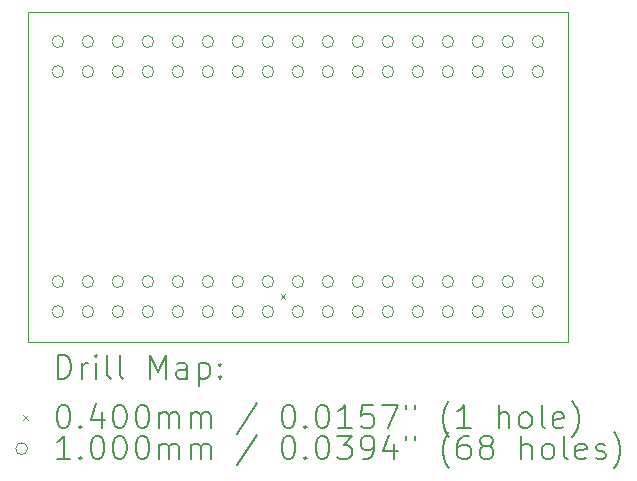
<source format=gbr>
%TF.GenerationSoftware,KiCad,Pcbnew,(6.0.7)*%
%TF.CreationDate,2022-08-10T20:47:30+10:00*%
%TF.ProjectId,Voodoo2SLI,566f6f64-6f6f-4325-934c-492e6b696361,rev?*%
%TF.SameCoordinates,Original*%
%TF.FileFunction,Drillmap*%
%TF.FilePolarity,Positive*%
%FSLAX45Y45*%
G04 Gerber Fmt 4.5, Leading zero omitted, Abs format (unit mm)*
G04 Created by KiCad (PCBNEW (6.0.7)) date 2022-08-10 20:47:30*
%MOMM*%
%LPD*%
G01*
G04 APERTURE LIST*
%ADD10C,0.050000*%
%ADD11C,0.200000*%
%ADD12C,0.040000*%
%ADD13C,0.100000*%
G04 APERTURE END LIST*
D10*
X17043400Y-12166600D02*
X17043400Y-9372600D01*
X17043400Y-9372600D02*
X12471400Y-9372600D01*
X12471400Y-9372600D02*
X12471400Y-12166600D01*
X12471400Y-12166600D02*
X17043400Y-12166600D01*
D11*
D12*
X14610400Y-11765600D02*
X14650400Y-11805600D01*
X14650400Y-11765600D02*
X14610400Y-11805600D01*
D13*
X12775400Y-9626600D02*
G75*
G03*
X12775400Y-9626600I-50000J0D01*
G01*
X12775400Y-9880600D02*
G75*
G03*
X12775400Y-9880600I-50000J0D01*
G01*
X12775400Y-11658600D02*
G75*
G03*
X12775400Y-11658600I-50000J0D01*
G01*
X12775400Y-11912600D02*
G75*
G03*
X12775400Y-11912600I-50000J0D01*
G01*
X13029400Y-9626600D02*
G75*
G03*
X13029400Y-9626600I-50000J0D01*
G01*
X13029400Y-9880600D02*
G75*
G03*
X13029400Y-9880600I-50000J0D01*
G01*
X13029400Y-11658600D02*
G75*
G03*
X13029400Y-11658600I-50000J0D01*
G01*
X13029400Y-11912600D02*
G75*
G03*
X13029400Y-11912600I-50000J0D01*
G01*
X13283400Y-9626600D02*
G75*
G03*
X13283400Y-9626600I-50000J0D01*
G01*
X13283400Y-9880600D02*
G75*
G03*
X13283400Y-9880600I-50000J0D01*
G01*
X13283400Y-11658600D02*
G75*
G03*
X13283400Y-11658600I-50000J0D01*
G01*
X13283400Y-11912600D02*
G75*
G03*
X13283400Y-11912600I-50000J0D01*
G01*
X13537400Y-9626600D02*
G75*
G03*
X13537400Y-9626600I-50000J0D01*
G01*
X13537400Y-9880600D02*
G75*
G03*
X13537400Y-9880600I-50000J0D01*
G01*
X13537400Y-11658600D02*
G75*
G03*
X13537400Y-11658600I-50000J0D01*
G01*
X13537400Y-11912600D02*
G75*
G03*
X13537400Y-11912600I-50000J0D01*
G01*
X13791400Y-9626600D02*
G75*
G03*
X13791400Y-9626600I-50000J0D01*
G01*
X13791400Y-9880600D02*
G75*
G03*
X13791400Y-9880600I-50000J0D01*
G01*
X13791400Y-11658600D02*
G75*
G03*
X13791400Y-11658600I-50000J0D01*
G01*
X13791400Y-11912600D02*
G75*
G03*
X13791400Y-11912600I-50000J0D01*
G01*
X14045400Y-9626600D02*
G75*
G03*
X14045400Y-9626600I-50000J0D01*
G01*
X14045400Y-9880600D02*
G75*
G03*
X14045400Y-9880600I-50000J0D01*
G01*
X14045400Y-11658600D02*
G75*
G03*
X14045400Y-11658600I-50000J0D01*
G01*
X14045400Y-11912600D02*
G75*
G03*
X14045400Y-11912600I-50000J0D01*
G01*
X14299400Y-9626600D02*
G75*
G03*
X14299400Y-9626600I-50000J0D01*
G01*
X14299400Y-9880600D02*
G75*
G03*
X14299400Y-9880600I-50000J0D01*
G01*
X14299400Y-11658600D02*
G75*
G03*
X14299400Y-11658600I-50000J0D01*
G01*
X14299400Y-11912600D02*
G75*
G03*
X14299400Y-11912600I-50000J0D01*
G01*
X14553400Y-9626600D02*
G75*
G03*
X14553400Y-9626600I-50000J0D01*
G01*
X14553400Y-9880600D02*
G75*
G03*
X14553400Y-9880600I-50000J0D01*
G01*
X14553400Y-11658600D02*
G75*
G03*
X14553400Y-11658600I-50000J0D01*
G01*
X14553400Y-11912600D02*
G75*
G03*
X14553400Y-11912600I-50000J0D01*
G01*
X14807400Y-9626600D02*
G75*
G03*
X14807400Y-9626600I-50000J0D01*
G01*
X14807400Y-9880600D02*
G75*
G03*
X14807400Y-9880600I-50000J0D01*
G01*
X14807400Y-11658600D02*
G75*
G03*
X14807400Y-11658600I-50000J0D01*
G01*
X14807400Y-11912600D02*
G75*
G03*
X14807400Y-11912600I-50000J0D01*
G01*
X15061400Y-9626600D02*
G75*
G03*
X15061400Y-9626600I-50000J0D01*
G01*
X15061400Y-9880600D02*
G75*
G03*
X15061400Y-9880600I-50000J0D01*
G01*
X15061400Y-11658600D02*
G75*
G03*
X15061400Y-11658600I-50000J0D01*
G01*
X15061400Y-11912600D02*
G75*
G03*
X15061400Y-11912600I-50000J0D01*
G01*
X15315400Y-9626600D02*
G75*
G03*
X15315400Y-9626600I-50000J0D01*
G01*
X15315400Y-9880600D02*
G75*
G03*
X15315400Y-9880600I-50000J0D01*
G01*
X15315400Y-11658600D02*
G75*
G03*
X15315400Y-11658600I-50000J0D01*
G01*
X15315400Y-11912600D02*
G75*
G03*
X15315400Y-11912600I-50000J0D01*
G01*
X15569400Y-9626600D02*
G75*
G03*
X15569400Y-9626600I-50000J0D01*
G01*
X15569400Y-9880600D02*
G75*
G03*
X15569400Y-9880600I-50000J0D01*
G01*
X15569400Y-11658600D02*
G75*
G03*
X15569400Y-11658600I-50000J0D01*
G01*
X15569400Y-11912600D02*
G75*
G03*
X15569400Y-11912600I-50000J0D01*
G01*
X15823400Y-9626600D02*
G75*
G03*
X15823400Y-9626600I-50000J0D01*
G01*
X15823400Y-9880600D02*
G75*
G03*
X15823400Y-9880600I-50000J0D01*
G01*
X15823400Y-11658600D02*
G75*
G03*
X15823400Y-11658600I-50000J0D01*
G01*
X15823400Y-11912600D02*
G75*
G03*
X15823400Y-11912600I-50000J0D01*
G01*
X16077400Y-9626600D02*
G75*
G03*
X16077400Y-9626600I-50000J0D01*
G01*
X16077400Y-9880600D02*
G75*
G03*
X16077400Y-9880600I-50000J0D01*
G01*
X16077400Y-11658600D02*
G75*
G03*
X16077400Y-11658600I-50000J0D01*
G01*
X16077400Y-11912600D02*
G75*
G03*
X16077400Y-11912600I-50000J0D01*
G01*
X16331400Y-9626600D02*
G75*
G03*
X16331400Y-9626600I-50000J0D01*
G01*
X16331400Y-9880600D02*
G75*
G03*
X16331400Y-9880600I-50000J0D01*
G01*
X16331400Y-11658600D02*
G75*
G03*
X16331400Y-11658600I-50000J0D01*
G01*
X16331400Y-11912600D02*
G75*
G03*
X16331400Y-11912600I-50000J0D01*
G01*
X16585400Y-9626600D02*
G75*
G03*
X16585400Y-9626600I-50000J0D01*
G01*
X16585400Y-9880600D02*
G75*
G03*
X16585400Y-9880600I-50000J0D01*
G01*
X16585400Y-11658600D02*
G75*
G03*
X16585400Y-11658600I-50000J0D01*
G01*
X16585400Y-11912600D02*
G75*
G03*
X16585400Y-11912600I-50000J0D01*
G01*
X16839400Y-9626600D02*
G75*
G03*
X16839400Y-9626600I-50000J0D01*
G01*
X16839400Y-9880600D02*
G75*
G03*
X16839400Y-9880600I-50000J0D01*
G01*
X16839400Y-11658600D02*
G75*
G03*
X16839400Y-11658600I-50000J0D01*
G01*
X16839400Y-11912600D02*
G75*
G03*
X16839400Y-11912600I-50000J0D01*
G01*
D11*
X12726519Y-12479576D02*
X12726519Y-12279576D01*
X12774138Y-12279576D01*
X12802709Y-12289100D01*
X12821757Y-12308148D01*
X12831281Y-12327195D01*
X12840805Y-12365290D01*
X12840805Y-12393862D01*
X12831281Y-12431957D01*
X12821757Y-12451005D01*
X12802709Y-12470052D01*
X12774138Y-12479576D01*
X12726519Y-12479576D01*
X12926519Y-12479576D02*
X12926519Y-12346243D01*
X12926519Y-12384338D02*
X12936043Y-12365290D01*
X12945567Y-12355767D01*
X12964614Y-12346243D01*
X12983662Y-12346243D01*
X13050328Y-12479576D02*
X13050328Y-12346243D01*
X13050328Y-12279576D02*
X13040805Y-12289100D01*
X13050328Y-12298624D01*
X13059852Y-12289100D01*
X13050328Y-12279576D01*
X13050328Y-12298624D01*
X13174138Y-12479576D02*
X13155090Y-12470052D01*
X13145567Y-12451005D01*
X13145567Y-12279576D01*
X13278900Y-12479576D02*
X13259852Y-12470052D01*
X13250328Y-12451005D01*
X13250328Y-12279576D01*
X13507471Y-12479576D02*
X13507471Y-12279576D01*
X13574138Y-12422433D01*
X13640805Y-12279576D01*
X13640805Y-12479576D01*
X13821757Y-12479576D02*
X13821757Y-12374814D01*
X13812233Y-12355767D01*
X13793186Y-12346243D01*
X13755090Y-12346243D01*
X13736043Y-12355767D01*
X13821757Y-12470052D02*
X13802709Y-12479576D01*
X13755090Y-12479576D01*
X13736043Y-12470052D01*
X13726519Y-12451005D01*
X13726519Y-12431957D01*
X13736043Y-12412909D01*
X13755090Y-12403386D01*
X13802709Y-12403386D01*
X13821757Y-12393862D01*
X13916995Y-12346243D02*
X13916995Y-12546243D01*
X13916995Y-12355767D02*
X13936043Y-12346243D01*
X13974138Y-12346243D01*
X13993186Y-12355767D01*
X14002709Y-12365290D01*
X14012233Y-12384338D01*
X14012233Y-12441481D01*
X14002709Y-12460528D01*
X13993186Y-12470052D01*
X13974138Y-12479576D01*
X13936043Y-12479576D01*
X13916995Y-12470052D01*
X14097948Y-12460528D02*
X14107471Y-12470052D01*
X14097948Y-12479576D01*
X14088424Y-12470052D01*
X14097948Y-12460528D01*
X14097948Y-12479576D01*
X14097948Y-12355767D02*
X14107471Y-12365290D01*
X14097948Y-12374814D01*
X14088424Y-12365290D01*
X14097948Y-12355767D01*
X14097948Y-12374814D01*
D12*
X12428900Y-12789100D02*
X12468900Y-12829100D01*
X12468900Y-12789100D02*
X12428900Y-12829100D01*
D11*
X12764614Y-12699576D02*
X12783662Y-12699576D01*
X12802709Y-12709100D01*
X12812233Y-12718624D01*
X12821757Y-12737671D01*
X12831281Y-12775767D01*
X12831281Y-12823386D01*
X12821757Y-12861481D01*
X12812233Y-12880528D01*
X12802709Y-12890052D01*
X12783662Y-12899576D01*
X12764614Y-12899576D01*
X12745567Y-12890052D01*
X12736043Y-12880528D01*
X12726519Y-12861481D01*
X12716995Y-12823386D01*
X12716995Y-12775767D01*
X12726519Y-12737671D01*
X12736043Y-12718624D01*
X12745567Y-12709100D01*
X12764614Y-12699576D01*
X12916995Y-12880528D02*
X12926519Y-12890052D01*
X12916995Y-12899576D01*
X12907471Y-12890052D01*
X12916995Y-12880528D01*
X12916995Y-12899576D01*
X13097948Y-12766243D02*
X13097948Y-12899576D01*
X13050328Y-12690052D02*
X13002709Y-12832909D01*
X13126519Y-12832909D01*
X13240805Y-12699576D02*
X13259852Y-12699576D01*
X13278900Y-12709100D01*
X13288424Y-12718624D01*
X13297948Y-12737671D01*
X13307471Y-12775767D01*
X13307471Y-12823386D01*
X13297948Y-12861481D01*
X13288424Y-12880528D01*
X13278900Y-12890052D01*
X13259852Y-12899576D01*
X13240805Y-12899576D01*
X13221757Y-12890052D01*
X13212233Y-12880528D01*
X13202709Y-12861481D01*
X13193186Y-12823386D01*
X13193186Y-12775767D01*
X13202709Y-12737671D01*
X13212233Y-12718624D01*
X13221757Y-12709100D01*
X13240805Y-12699576D01*
X13431281Y-12699576D02*
X13450328Y-12699576D01*
X13469376Y-12709100D01*
X13478900Y-12718624D01*
X13488424Y-12737671D01*
X13497948Y-12775767D01*
X13497948Y-12823386D01*
X13488424Y-12861481D01*
X13478900Y-12880528D01*
X13469376Y-12890052D01*
X13450328Y-12899576D01*
X13431281Y-12899576D01*
X13412233Y-12890052D01*
X13402709Y-12880528D01*
X13393186Y-12861481D01*
X13383662Y-12823386D01*
X13383662Y-12775767D01*
X13393186Y-12737671D01*
X13402709Y-12718624D01*
X13412233Y-12709100D01*
X13431281Y-12699576D01*
X13583662Y-12899576D02*
X13583662Y-12766243D01*
X13583662Y-12785290D02*
X13593186Y-12775767D01*
X13612233Y-12766243D01*
X13640805Y-12766243D01*
X13659852Y-12775767D01*
X13669376Y-12794814D01*
X13669376Y-12899576D01*
X13669376Y-12794814D02*
X13678900Y-12775767D01*
X13697948Y-12766243D01*
X13726519Y-12766243D01*
X13745567Y-12775767D01*
X13755090Y-12794814D01*
X13755090Y-12899576D01*
X13850328Y-12899576D02*
X13850328Y-12766243D01*
X13850328Y-12785290D02*
X13859852Y-12775767D01*
X13878900Y-12766243D01*
X13907471Y-12766243D01*
X13926519Y-12775767D01*
X13936043Y-12794814D01*
X13936043Y-12899576D01*
X13936043Y-12794814D02*
X13945567Y-12775767D01*
X13964614Y-12766243D01*
X13993186Y-12766243D01*
X14012233Y-12775767D01*
X14021757Y-12794814D01*
X14021757Y-12899576D01*
X14412233Y-12690052D02*
X14240805Y-12947195D01*
X14669376Y-12699576D02*
X14688424Y-12699576D01*
X14707471Y-12709100D01*
X14716995Y-12718624D01*
X14726519Y-12737671D01*
X14736043Y-12775767D01*
X14736043Y-12823386D01*
X14726519Y-12861481D01*
X14716995Y-12880528D01*
X14707471Y-12890052D01*
X14688424Y-12899576D01*
X14669376Y-12899576D01*
X14650328Y-12890052D01*
X14640805Y-12880528D01*
X14631281Y-12861481D01*
X14621757Y-12823386D01*
X14621757Y-12775767D01*
X14631281Y-12737671D01*
X14640805Y-12718624D01*
X14650328Y-12709100D01*
X14669376Y-12699576D01*
X14821757Y-12880528D02*
X14831281Y-12890052D01*
X14821757Y-12899576D01*
X14812233Y-12890052D01*
X14821757Y-12880528D01*
X14821757Y-12899576D01*
X14955090Y-12699576D02*
X14974138Y-12699576D01*
X14993186Y-12709100D01*
X15002709Y-12718624D01*
X15012233Y-12737671D01*
X15021757Y-12775767D01*
X15021757Y-12823386D01*
X15012233Y-12861481D01*
X15002709Y-12880528D01*
X14993186Y-12890052D01*
X14974138Y-12899576D01*
X14955090Y-12899576D01*
X14936043Y-12890052D01*
X14926519Y-12880528D01*
X14916995Y-12861481D01*
X14907471Y-12823386D01*
X14907471Y-12775767D01*
X14916995Y-12737671D01*
X14926519Y-12718624D01*
X14936043Y-12709100D01*
X14955090Y-12699576D01*
X15212233Y-12899576D02*
X15097948Y-12899576D01*
X15155090Y-12899576D02*
X15155090Y-12699576D01*
X15136043Y-12728148D01*
X15116995Y-12747195D01*
X15097948Y-12756719D01*
X15393186Y-12699576D02*
X15297948Y-12699576D01*
X15288424Y-12794814D01*
X15297948Y-12785290D01*
X15316995Y-12775767D01*
X15364614Y-12775767D01*
X15383662Y-12785290D01*
X15393186Y-12794814D01*
X15402709Y-12813862D01*
X15402709Y-12861481D01*
X15393186Y-12880528D01*
X15383662Y-12890052D01*
X15364614Y-12899576D01*
X15316995Y-12899576D01*
X15297948Y-12890052D01*
X15288424Y-12880528D01*
X15469376Y-12699576D02*
X15602709Y-12699576D01*
X15516995Y-12899576D01*
X15669376Y-12699576D02*
X15669376Y-12737671D01*
X15745567Y-12699576D02*
X15745567Y-12737671D01*
X16040805Y-12975767D02*
X16031281Y-12966243D01*
X16012233Y-12937671D01*
X16002709Y-12918624D01*
X15993186Y-12890052D01*
X15983662Y-12842433D01*
X15983662Y-12804338D01*
X15993186Y-12756719D01*
X16002709Y-12728148D01*
X16012233Y-12709100D01*
X16031281Y-12680528D01*
X16040805Y-12671005D01*
X16221757Y-12899576D02*
X16107471Y-12899576D01*
X16164614Y-12899576D02*
X16164614Y-12699576D01*
X16145567Y-12728148D01*
X16126519Y-12747195D01*
X16107471Y-12756719D01*
X16459852Y-12899576D02*
X16459852Y-12699576D01*
X16545567Y-12899576D02*
X16545567Y-12794814D01*
X16536043Y-12775767D01*
X16516995Y-12766243D01*
X16488424Y-12766243D01*
X16469376Y-12775767D01*
X16459852Y-12785290D01*
X16669376Y-12899576D02*
X16650328Y-12890052D01*
X16640805Y-12880528D01*
X16631281Y-12861481D01*
X16631281Y-12804338D01*
X16640805Y-12785290D01*
X16650328Y-12775767D01*
X16669376Y-12766243D01*
X16697948Y-12766243D01*
X16716995Y-12775767D01*
X16726519Y-12785290D01*
X16736043Y-12804338D01*
X16736043Y-12861481D01*
X16726519Y-12880528D01*
X16716995Y-12890052D01*
X16697948Y-12899576D01*
X16669376Y-12899576D01*
X16850329Y-12899576D02*
X16831281Y-12890052D01*
X16821757Y-12871005D01*
X16821757Y-12699576D01*
X17002710Y-12890052D02*
X16983662Y-12899576D01*
X16945567Y-12899576D01*
X16926519Y-12890052D01*
X16916995Y-12871005D01*
X16916995Y-12794814D01*
X16926519Y-12775767D01*
X16945567Y-12766243D01*
X16983662Y-12766243D01*
X17002710Y-12775767D01*
X17012233Y-12794814D01*
X17012233Y-12813862D01*
X16916995Y-12832909D01*
X17078900Y-12975767D02*
X17088424Y-12966243D01*
X17107471Y-12937671D01*
X17116995Y-12918624D01*
X17126519Y-12890052D01*
X17136043Y-12842433D01*
X17136043Y-12804338D01*
X17126519Y-12756719D01*
X17116995Y-12728148D01*
X17107471Y-12709100D01*
X17088424Y-12680528D01*
X17078900Y-12671005D01*
D13*
X12468900Y-13073100D02*
G75*
G03*
X12468900Y-13073100I-50000J0D01*
G01*
D11*
X12831281Y-13163576D02*
X12716995Y-13163576D01*
X12774138Y-13163576D02*
X12774138Y-12963576D01*
X12755090Y-12992148D01*
X12736043Y-13011195D01*
X12716995Y-13020719D01*
X12916995Y-13144528D02*
X12926519Y-13154052D01*
X12916995Y-13163576D01*
X12907471Y-13154052D01*
X12916995Y-13144528D01*
X12916995Y-13163576D01*
X13050328Y-12963576D02*
X13069376Y-12963576D01*
X13088424Y-12973100D01*
X13097948Y-12982624D01*
X13107471Y-13001671D01*
X13116995Y-13039767D01*
X13116995Y-13087386D01*
X13107471Y-13125481D01*
X13097948Y-13144528D01*
X13088424Y-13154052D01*
X13069376Y-13163576D01*
X13050328Y-13163576D01*
X13031281Y-13154052D01*
X13021757Y-13144528D01*
X13012233Y-13125481D01*
X13002709Y-13087386D01*
X13002709Y-13039767D01*
X13012233Y-13001671D01*
X13021757Y-12982624D01*
X13031281Y-12973100D01*
X13050328Y-12963576D01*
X13240805Y-12963576D02*
X13259852Y-12963576D01*
X13278900Y-12973100D01*
X13288424Y-12982624D01*
X13297948Y-13001671D01*
X13307471Y-13039767D01*
X13307471Y-13087386D01*
X13297948Y-13125481D01*
X13288424Y-13144528D01*
X13278900Y-13154052D01*
X13259852Y-13163576D01*
X13240805Y-13163576D01*
X13221757Y-13154052D01*
X13212233Y-13144528D01*
X13202709Y-13125481D01*
X13193186Y-13087386D01*
X13193186Y-13039767D01*
X13202709Y-13001671D01*
X13212233Y-12982624D01*
X13221757Y-12973100D01*
X13240805Y-12963576D01*
X13431281Y-12963576D02*
X13450328Y-12963576D01*
X13469376Y-12973100D01*
X13478900Y-12982624D01*
X13488424Y-13001671D01*
X13497948Y-13039767D01*
X13497948Y-13087386D01*
X13488424Y-13125481D01*
X13478900Y-13144528D01*
X13469376Y-13154052D01*
X13450328Y-13163576D01*
X13431281Y-13163576D01*
X13412233Y-13154052D01*
X13402709Y-13144528D01*
X13393186Y-13125481D01*
X13383662Y-13087386D01*
X13383662Y-13039767D01*
X13393186Y-13001671D01*
X13402709Y-12982624D01*
X13412233Y-12973100D01*
X13431281Y-12963576D01*
X13583662Y-13163576D02*
X13583662Y-13030243D01*
X13583662Y-13049290D02*
X13593186Y-13039767D01*
X13612233Y-13030243D01*
X13640805Y-13030243D01*
X13659852Y-13039767D01*
X13669376Y-13058814D01*
X13669376Y-13163576D01*
X13669376Y-13058814D02*
X13678900Y-13039767D01*
X13697948Y-13030243D01*
X13726519Y-13030243D01*
X13745567Y-13039767D01*
X13755090Y-13058814D01*
X13755090Y-13163576D01*
X13850328Y-13163576D02*
X13850328Y-13030243D01*
X13850328Y-13049290D02*
X13859852Y-13039767D01*
X13878900Y-13030243D01*
X13907471Y-13030243D01*
X13926519Y-13039767D01*
X13936043Y-13058814D01*
X13936043Y-13163576D01*
X13936043Y-13058814D02*
X13945567Y-13039767D01*
X13964614Y-13030243D01*
X13993186Y-13030243D01*
X14012233Y-13039767D01*
X14021757Y-13058814D01*
X14021757Y-13163576D01*
X14412233Y-12954052D02*
X14240805Y-13211195D01*
X14669376Y-12963576D02*
X14688424Y-12963576D01*
X14707471Y-12973100D01*
X14716995Y-12982624D01*
X14726519Y-13001671D01*
X14736043Y-13039767D01*
X14736043Y-13087386D01*
X14726519Y-13125481D01*
X14716995Y-13144528D01*
X14707471Y-13154052D01*
X14688424Y-13163576D01*
X14669376Y-13163576D01*
X14650328Y-13154052D01*
X14640805Y-13144528D01*
X14631281Y-13125481D01*
X14621757Y-13087386D01*
X14621757Y-13039767D01*
X14631281Y-13001671D01*
X14640805Y-12982624D01*
X14650328Y-12973100D01*
X14669376Y-12963576D01*
X14821757Y-13144528D02*
X14831281Y-13154052D01*
X14821757Y-13163576D01*
X14812233Y-13154052D01*
X14821757Y-13144528D01*
X14821757Y-13163576D01*
X14955090Y-12963576D02*
X14974138Y-12963576D01*
X14993186Y-12973100D01*
X15002709Y-12982624D01*
X15012233Y-13001671D01*
X15021757Y-13039767D01*
X15021757Y-13087386D01*
X15012233Y-13125481D01*
X15002709Y-13144528D01*
X14993186Y-13154052D01*
X14974138Y-13163576D01*
X14955090Y-13163576D01*
X14936043Y-13154052D01*
X14926519Y-13144528D01*
X14916995Y-13125481D01*
X14907471Y-13087386D01*
X14907471Y-13039767D01*
X14916995Y-13001671D01*
X14926519Y-12982624D01*
X14936043Y-12973100D01*
X14955090Y-12963576D01*
X15088424Y-12963576D02*
X15212233Y-12963576D01*
X15145567Y-13039767D01*
X15174138Y-13039767D01*
X15193186Y-13049290D01*
X15202709Y-13058814D01*
X15212233Y-13077862D01*
X15212233Y-13125481D01*
X15202709Y-13144528D01*
X15193186Y-13154052D01*
X15174138Y-13163576D01*
X15116995Y-13163576D01*
X15097948Y-13154052D01*
X15088424Y-13144528D01*
X15307471Y-13163576D02*
X15345567Y-13163576D01*
X15364614Y-13154052D01*
X15374138Y-13144528D01*
X15393186Y-13115957D01*
X15402709Y-13077862D01*
X15402709Y-13001671D01*
X15393186Y-12982624D01*
X15383662Y-12973100D01*
X15364614Y-12963576D01*
X15326519Y-12963576D01*
X15307471Y-12973100D01*
X15297948Y-12982624D01*
X15288424Y-13001671D01*
X15288424Y-13049290D01*
X15297948Y-13068338D01*
X15307471Y-13077862D01*
X15326519Y-13087386D01*
X15364614Y-13087386D01*
X15383662Y-13077862D01*
X15393186Y-13068338D01*
X15402709Y-13049290D01*
X15574138Y-13030243D02*
X15574138Y-13163576D01*
X15526519Y-12954052D02*
X15478900Y-13096909D01*
X15602709Y-13096909D01*
X15669376Y-12963576D02*
X15669376Y-13001671D01*
X15745567Y-12963576D02*
X15745567Y-13001671D01*
X16040805Y-13239767D02*
X16031281Y-13230243D01*
X16012233Y-13201671D01*
X16002709Y-13182624D01*
X15993186Y-13154052D01*
X15983662Y-13106433D01*
X15983662Y-13068338D01*
X15993186Y-13020719D01*
X16002709Y-12992148D01*
X16012233Y-12973100D01*
X16031281Y-12944528D01*
X16040805Y-12935005D01*
X16202709Y-12963576D02*
X16164614Y-12963576D01*
X16145567Y-12973100D01*
X16136043Y-12982624D01*
X16116995Y-13011195D01*
X16107471Y-13049290D01*
X16107471Y-13125481D01*
X16116995Y-13144528D01*
X16126519Y-13154052D01*
X16145567Y-13163576D01*
X16183662Y-13163576D01*
X16202709Y-13154052D01*
X16212233Y-13144528D01*
X16221757Y-13125481D01*
X16221757Y-13077862D01*
X16212233Y-13058814D01*
X16202709Y-13049290D01*
X16183662Y-13039767D01*
X16145567Y-13039767D01*
X16126519Y-13049290D01*
X16116995Y-13058814D01*
X16107471Y-13077862D01*
X16336043Y-13049290D02*
X16316995Y-13039767D01*
X16307471Y-13030243D01*
X16297948Y-13011195D01*
X16297948Y-13001671D01*
X16307471Y-12982624D01*
X16316995Y-12973100D01*
X16336043Y-12963576D01*
X16374138Y-12963576D01*
X16393186Y-12973100D01*
X16402709Y-12982624D01*
X16412233Y-13001671D01*
X16412233Y-13011195D01*
X16402709Y-13030243D01*
X16393186Y-13039767D01*
X16374138Y-13049290D01*
X16336043Y-13049290D01*
X16316995Y-13058814D01*
X16307471Y-13068338D01*
X16297948Y-13087386D01*
X16297948Y-13125481D01*
X16307471Y-13144528D01*
X16316995Y-13154052D01*
X16336043Y-13163576D01*
X16374138Y-13163576D01*
X16393186Y-13154052D01*
X16402709Y-13144528D01*
X16412233Y-13125481D01*
X16412233Y-13087386D01*
X16402709Y-13068338D01*
X16393186Y-13058814D01*
X16374138Y-13049290D01*
X16650328Y-13163576D02*
X16650328Y-12963576D01*
X16736043Y-13163576D02*
X16736043Y-13058814D01*
X16726519Y-13039767D01*
X16707471Y-13030243D01*
X16678900Y-13030243D01*
X16659852Y-13039767D01*
X16650328Y-13049290D01*
X16859852Y-13163576D02*
X16840805Y-13154052D01*
X16831281Y-13144528D01*
X16821757Y-13125481D01*
X16821757Y-13068338D01*
X16831281Y-13049290D01*
X16840805Y-13039767D01*
X16859852Y-13030243D01*
X16888424Y-13030243D01*
X16907471Y-13039767D01*
X16916995Y-13049290D01*
X16926519Y-13068338D01*
X16926519Y-13125481D01*
X16916995Y-13144528D01*
X16907471Y-13154052D01*
X16888424Y-13163576D01*
X16859852Y-13163576D01*
X17040805Y-13163576D02*
X17021757Y-13154052D01*
X17012233Y-13135005D01*
X17012233Y-12963576D01*
X17193186Y-13154052D02*
X17174138Y-13163576D01*
X17136043Y-13163576D01*
X17116995Y-13154052D01*
X17107471Y-13135005D01*
X17107471Y-13058814D01*
X17116995Y-13039767D01*
X17136043Y-13030243D01*
X17174138Y-13030243D01*
X17193186Y-13039767D01*
X17202710Y-13058814D01*
X17202710Y-13077862D01*
X17107471Y-13096909D01*
X17278900Y-13154052D02*
X17297948Y-13163576D01*
X17336043Y-13163576D01*
X17355090Y-13154052D01*
X17364614Y-13135005D01*
X17364614Y-13125481D01*
X17355090Y-13106433D01*
X17336043Y-13096909D01*
X17307471Y-13096909D01*
X17288424Y-13087386D01*
X17278900Y-13068338D01*
X17278900Y-13058814D01*
X17288424Y-13039767D01*
X17307471Y-13030243D01*
X17336043Y-13030243D01*
X17355090Y-13039767D01*
X17431281Y-13239767D02*
X17440805Y-13230243D01*
X17459852Y-13201671D01*
X17469376Y-13182624D01*
X17478900Y-13154052D01*
X17488424Y-13106433D01*
X17488424Y-13068338D01*
X17478900Y-13020719D01*
X17469376Y-12992148D01*
X17459852Y-12973100D01*
X17440805Y-12944528D01*
X17431281Y-12935005D01*
M02*

</source>
